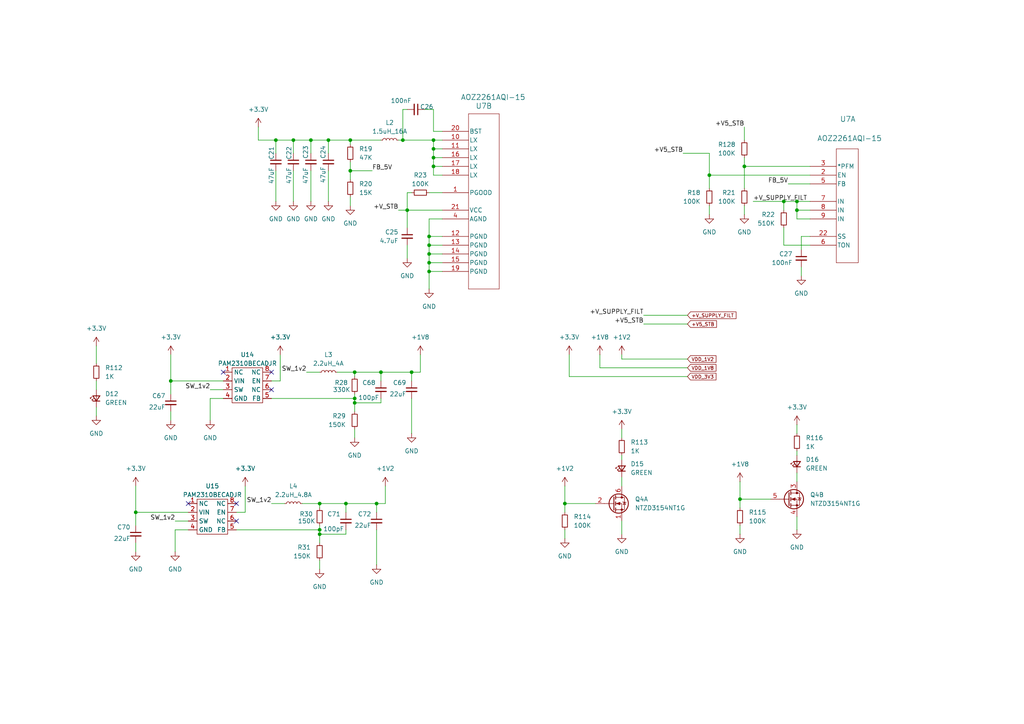
<source format=kicad_sch>
(kicad_sch (version 20250114) (generator "eeschema") (generator_version "9.0")
  (paper "A4")
  (lib_symbols
    (symbol "AOZ2261AQI-15:AOZ2261AQI-15" (pin_names (offset 0.254))
      (property "Reference" "U" (at 20.32 10.16 0))
      (property "Value" "AOZ2261AQI-15" (at 20.32 7.62 0))
      (symbol "AOZ2261AQI-15_1_1"
        (polyline (pts (xy 7.62 5.08) (xy 7.62 -27.94)) (stroke (width 0.127)))
        (polyline (pts (xy 7.62 -27.94) (xy 13.97 -27.94)) (stroke (width 0.127)))
        (polyline (pts (xy 13.97 5.08) (xy 7.62 5.08)) (stroke (width 0.127)))
        (polyline (pts (xy 13.97 -27.94) (xy 13.97 5.08)) (stroke (width 0.127)))
        (pin input line (at 0 0 0) (length 7.62) (name "*PFM") (number "3"))
        (pin input line (at 0 -2.54 0) (length 7.62) (name "EN") (number "2"))
        (pin input line (at 0 -5.08 0) (length 7.62) (name "FB") (number "5"))
        (pin power_in line (at 0 -10.16 0) (length 7.62) (name "IN") (number "7"))
        (pin power_in line (at 0 -12.7 0) (length 7.62) (name "IN") (number "8"))
        (pin power_in line (at 0 -15.24 0) (length 7.62) (name "IN") (number "9"))
        (pin input line (at 0 -20.32 0) (length 7.62) (name "SS") (number "22"))
        (pin input line (at 0 -22.86 0) (length 7.62) (name "TON") (number "6"))
      )
      (symbol "AOZ2261AQI-15_2_1"
        (polyline (pts (xy 7.62 5.08) (xy 7.62 -45.72)) (stroke (width 0.127)))
        (polyline (pts (xy 7.62 -45.72) (xy 16.51 -45.72)) (stroke (width 0.127)))
        (polyline (pts (xy 16.51 5.08) (xy 7.62 5.08)) (stroke (width 0.127)))
        (polyline (pts (xy 16.51 -45.72) (xy 16.51 5.08)) (stroke (width 0.127)))
        (pin power_in line (at 0 0 0) (length 7.62) (name "BST") (number "20"))
        (pin power_in line (at 0 -2.54 0) (length 7.62) (name "LX") (number "10"))
        (pin power_in line (at 0 -5.08 0) (length 7.62) (name "LX") (number "11"))
        (pin power_in line (at 0 -7.62 0) (length 7.62) (name "LX") (number "16"))
        (pin power_in line (at 0 -10.16 0) (length 7.62) (name "LX") (number "17"))
        (pin power_in line (at 0 -12.7 0) (length 7.62) (name "LX") (number "18"))
        (pin output line (at 0 -17.78 0) (length 7.62) (name "PGOOD") (number "1"))
        (pin power_in line (at 0 -22.86 0) (length 7.62) (name "VCC") (number "21"))
        (pin power_out line (at 0 -25.4 0) (length 7.62) (name "AGND") (number "4"))
        (pin power_out line (at 0 -30.48 0) (length 7.62) (name "PGND") (number "12"))
        (pin power_out line (at 0 -33.02 0) (length 7.62) (name "PGND") (number "13"))
        (pin power_out line (at 0 -35.56 0) (length 7.62) (name "PGND") (number "14"))
        (pin power_out line (at 0 -38.1 0) (length 7.62) (name "PGND") (number "15"))
        (pin power_out line (at 0 -40.64 0) (length 7.62) (name "PGND") (number "19"))
      )
    )
    (symbol "Device:C_Small" (pin_numbers (hide yes)) (pin_names (offset 0.254) (hide yes))
      (property "Reference" "C" (at 0.254 1.778 0))
      (property "Value" "C_Small" (at 0.254 -2.032 0))
      (symbol "C_Small_0_1"
        (polyline (pts (xy -1.524 0.508) (xy 1.524 0.508)) (stroke (width 0.3048)))
        (polyline (pts (xy -1.524 -0.508) (xy 1.524 -0.508)) (stroke (width 0.3302)))
      )
      (symbol "C_Small_1_1"
        (pin passive line (at 0 2.54 270) (length 2.032) (name "~") (number "1"))
        (pin passive line (at 0 -2.54 90) (length 2.032) (name "~") (number "2"))
      )
    )
    (symbol "Device:LED_Small" (pin_numbers (hide yes)) (pin_names (offset 0.254) (hide yes))
      (property "Reference" "D" (at -1.27 3.175 0))
      (property "Value" "LED_Small" (at -4.445 -2.54 0))
      (symbol "LED_Small_0_1"
        (polyline (pts (xy -0.762 -1.016) (xy -0.762 1.016)) (stroke (width 0.254)))
        (polyline (pts (xy 0 0.762) (xy -0.508 1.27) (xy -0.254 1.27) (xy -0.508 1.27) (xy -0.508 1.016)))
        (polyline (pts (xy 0.508 1.27) (xy 0 1.778) (xy 0.254 1.778) (xy 0 1.778) (xy 0 1.524)))
        (polyline (pts (xy 0.762 -1.016) (xy -0.762 0) (xy 0.762 1.016) (xy 0.762 -1.016)) (stroke (width 0.254)))
        (polyline (pts (xy 1.016 0) (xy -0.762 0)))
      )
      (symbol "LED_Small_1_1"
        (pin passive line (at -2.54 0 0) (length 1.778) (name "K") (number "1"))
        (pin passive line (at 2.54 0 180) (length 1.778) (name "A") (number "2"))
      )
    )
    (symbol "Device:L_Small" (pin_numbers (hide yes)) (pin_names (offset 0.254) (hide yes))
      (property "Reference" "L" (at 0.762 1.016 0))
      (property "Value" "L_Small" (at 0.762 -1.016 0))
      (symbol "L_Small_0_1"
        (arc (start 0 2.032) (mid 0.5058 1.524) (end 0 1.016))
        (arc (start 0 1.016) (mid 0.5058 0.508) (end 0 0))
        (arc (start 0 0) (mid 0.5058 -0.508) (end 0 -1.016))
        (arc (start 0 -1.016) (mid 0.5058 -1.524) (end 0 -2.032))
      )
      (symbol "L_Small_1_1"
        (pin passive line (at 0 2.54 270) (length 0.508) (name "~") (number "1"))
        (pin passive line (at 0 -2.54 90) (length 0.508) (name "~") (number "2"))
      )
    )
    (symbol "Device:Q_Dual_NMOS_S1G1D2S2G2D1" (pin_names (offset 0) (hide yes))
      (property "Reference" "Q" (at 6.35 1.27 0))
      (property "Value" "Q_Dual_NMOS_S1G1D2S2G2D1" (at 19.05 -1.27 0))
      (symbol "Q_Dual_NMOS_S1G1D2S2G2D1_0_1"
        (polyline (pts (xy 0.254 1.905) (xy 0.254 -1.905)) (stroke (width 0.254)))
        (polyline (pts (xy 0.254 0) (xy -2.54 0)))
        (polyline (pts (xy 0.762 2.286) (xy 0.762 1.27)) (stroke (width 0.254)))
        (polyline (pts (xy 0.762 0.508) (xy 0.762 -0.508)) (stroke (width 0.254)))
        (polyline (pts (xy 0.762 -1.27) (xy 0.762 -2.286)) (stroke (width 0.254)))
        (polyline (pts (xy 0.762 -1.778) (xy 3.302 -1.778) (xy 3.302 1.778) (xy 0.762 1.778)))
        (polyline (pts (xy 1.016 0) (xy 2.032 0.381) (xy 2.032 -0.381) (xy 1.016 0)) (fill (type outline)))
        (circle (center 1.651 0) (radius 2.794) (stroke (width 0.254)))
        (polyline (pts (xy 2.54 2.54) (xy 2.54 1.778)))
        (circle (center 2.54 1.778) (radius 0.254) (fill (type outline)))
        (circle (center 2.54 -1.778) (radius 0.254) (fill (type outline)))
        (polyline (pts (xy 2.54 -2.54) (xy 2.54 0) (xy 0.762 0)))
        (polyline (pts (xy 2.794 0.508) (xy 2.921 0.381) (xy 3.683 0.381) (xy 3.81 0.254)))
        (polyline (pts (xy 3.302 0.381) (xy 2.921 -0.254) (xy 3.683 -0.254) (xy 3.302 0.381)))
      )
      (symbol "Q_Dual_NMOS_S1G1D2S2G2D1_1_1"
        (pin input line (at -5.08 0 0) (length 2.54) (name "G") (number "2"))
        (pin passive line (at 2.54 5.08 270) (length 2.54) (name "D") (number "6"))
        (pin passive line (at 2.54 -5.08 90) (length 2.54) (name "S") (number "1"))
      )
      (symbol "Q_Dual_NMOS_S1G1D2S2G2D1_2_1"
        (pin input line (at -5.08 0 0) (length 2.54) (name "G") (number "5"))
        (pin passive line (at 2.54 5.08 270) (length 2.54) (name "D") (number "3"))
        (pin passive line (at 2.54 -5.08 90) (length 2.54) (name "S") (number "4"))
      )
    )
    (symbol "Device:R_Small" (pin_numbers (hide yes)) (pin_names (offset 0.254) (hide yes))
      (property "Reference" "R" (at 0.762 0.508 0))
      (property "Value" "R_Small" (at 0.762 -1.016 0))
      (symbol "R_Small_0_1"
        (rectangle (start -0.762 1.778) (end 0.762 -1.778) (stroke (width 0.2032)))
      )
      (symbol "R_Small_1_1"
        (pin passive line (at 0 2.54 270) (length 0.762) (name "~") (number "1"))
        (pin passive line (at 0 -2.54 90) (length 0.762) (name "~") (number "2"))
      )
    )
    (symbol "_W_MX8M:PAM2310BECADJR"
      (property "Reference" "U" (at 0 2.032 0))
      (symbol "PAM2310BECADJR_0_1"
        (rectangle (start -3.81 0) (end 5.08 -10.16))
      )
      (symbol "PAM2310BECADJR_1_1"
        (pin input line (at -6.35 -1.27 0) (length 2.54) (name "NC") (number "1"))
        (pin input line (at -6.35 -3.81 0) (length 2.54) (name "VIN") (number "2"))
        (pin input line (at -6.35 -6.35 0) (length 2.54) (name "SW") (number "3"))
        (pin input line (at -6.35 -8.89 0) (length 2.54) (name "GND") (number "4"))
        (pin input line (at 7.62 -1.27 180) (length 2.54) (name "NC") (number "8"))
        (pin input line (at 7.62 -3.81 180) (length 2.54) (name "EN") (number "7"))
        (pin input line (at 7.62 -6.35 180) (length 2.54) (name "NC") (number "6"))
        (pin input line (at 7.62 -8.89 180) (length 2.54) (name "FB") (number "5"))
      )
    )
    (symbol "power:+1V2" (power) (pin_numbers (hide yes)) (pin_names (offset 0) (hide yes))
      (property "Value" "+1V2" (at 0 3.556 0))
      (symbol "+1V2_0_1"
        (polyline (pts (xy -0.762 1.27) (xy 0 2.54)))
        (polyline (pts (xy 0 2.54) (xy 0.762 1.27)))
        (polyline (pts (xy 0 0) (xy 0 2.54)))
      )
      (symbol "+1V2_1_1"
        (pin power_in line (at 0 0 90) (length 0) (name "~") (number "1"))
      )
    )
    (symbol "power:+1V8" (power) (pin_numbers (hide yes)) (pin_names (offset 0) (hide yes))
      (property "Value" "+1V8" (at 0 3.556 0))
      (symbol "+1V8_0_1"
        (polyline (pts (xy -0.762 1.27) (xy 0 2.54)))
        (polyline (pts (xy 0 2.54) (xy 0.762 1.27)))
        (polyline (pts (xy 0 0) (xy 0 2.54)))
      )
      (symbol "+1V8_1_1"
        (pin power_in line (at 0 0 90) (length 0) (name "~") (number "1"))
      )
    )
    (symbol "power:+3.3V" (power) (pin_numbers (hide yes)) (pin_names (offset 0) (hide yes))
      (property "Value" "+3.3V" (at 0 3.556 0))
      (symbol "+3.3V_0_1"
        (polyline (pts (xy -0.762 1.27) (xy 0 2.54)))
        (polyline (pts (xy 0 2.54) (xy 0.762 1.27)))
        (polyline (pts (xy 0 0) (xy 0 2.54)))
      )
      (symbol "+3.3V_1_1"
        (pin power_in line (at 0 0 90) (length 0) (name "~") (number "1"))
      )
    )
    (symbol "power:GND" (power) (pin_numbers (hide yes)) (pin_names (offset 0) (hide yes))
      (property "Value" "GND" (at 0 -3.81 0))
      (symbol "GND_0_1"
        (polyline (pts (xy 0 0) (xy 0 -1.27) (xy 1.27 -1.27) (xy 0 -2.54) (xy -1.27 -1.27) (xy 0 -1.27)))
      )
      (symbol "GND_1_1"
        (pin power_in line (at 0 0 270) (length 0) (name "~") (number "1"))
      )
    )
  )
  (junction (at 49.53 110.49))
  (junction (at 124.46 76.2))
  (junction (at 101.6 40.64))
  (junction (at 118.11 60.96))
  (junction (at 231.14 58.42))
  (junction (at 125.73 45.72))
  (junction (at 125.73 40.64))
  (junction (at 125.73 48.26))
  (junction (at 100.33 146.05))
  (junction (at 227.33 58.42))
  (junction (at 101.6 49.53))
  (junction (at 102.87 116.84))
  (junction (at 92.71 153.67))
  (junction (at 214.63 144.78))
  (junction (at 110.49 107.95))
  (junction (at 90.17 40.64))
  (junction (at 102.87 115.57))
  (junction (at 92.71 146.05))
  (junction (at 39.37 148.59))
  (junction (at 102.87 107.95))
  (junction (at 116.84 40.64))
  (junction (at 124.46 68.58))
  (junction (at 124.46 73.66))
  (junction (at 80.01 40.64))
  (junction (at 231.14 60.96))
  (junction (at 85.09 40.64))
  (junction (at 95.25 40.64))
  (junction (at 109.22 146.05))
  (junction (at 119.38 107.95))
  (junction (at 92.71 154.94))
  (junction (at 124.46 78.74))
  (junction (at 124.46 71.12))
  (junction (at 163.83 146.05))
  (junction (at 215.9 48.26))
  (junction (at 125.73 43.18))
  (junction (at 205.74 50.8))
  (no_connect (at 68.58 146.05))
  (no_connect (at 78.74 113.03))
  (no_connect (at 64.77 107.95))
  (no_connect (at 54.61 146.05))
  (no_connect (at 68.58 151.13))
  (no_connect (at 78.74 107.95))
  (wire (pts (xy 85.09 40.64) (xy 90.17 40.64)))
  (wire (pts (xy 186.69 91.44) (xy 199.39 91.44)))
  (wire (pts (xy 64.77 115.57) (xy 60.96 115.57)))
  (wire (pts (xy 90.17 40.64) (xy 95.25 40.64)))
  (wire (pts (xy 163.83 146.05) (xy 163.83 148.59)))
  (wire (pts (xy 231.14 58.42) (xy 234.95 58.42)))
  (wire (pts (xy 110.49 107.95) (xy 119.38 107.95)))
  (wire (pts (xy 163.83 153.67) (xy 163.83 156.21)))
  (wire (pts (xy 101.6 46.99) (xy 101.6 49.53)))
  (wire (pts (xy 49.53 110.49) (xy 49.53 114.3)))
  (wire (pts (xy 128.27 68.58) (xy 124.46 68.58)))
  (wire (pts (xy 124.46 71.12) (xy 128.27 71.12)))
  (wire (pts (xy 231.14 60.96) (xy 234.95 60.96)))
  (wire (pts (xy 125.73 38.1) (xy 128.27 38.1)))
  (wire (pts (xy 118.11 60.96) (xy 128.27 60.96)))
  (wire (pts (xy 109.22 146.05) (xy 111.76 146.05)))
  (wire (pts (xy 116.84 31.75) (xy 116.84 40.64)))
  (wire (pts (xy 49.53 119.38) (xy 49.53 121.92)))
  (wire (pts (xy 60.96 113.03) (xy 64.77 113.03)))
  (wire (pts (xy 49.53 110.49) (xy 64.77 110.49)))
  (wire (pts (xy 215.9 48.26) (xy 215.9 54.61)))
  (wire (pts (xy 215.9 59.69) (xy 215.9 62.23)))
  (wire (pts (xy 227.33 58.42) (xy 227.33 60.96)))
  (wire (pts (xy 124.46 68.58) (xy 124.46 71.12)))
  (wire (pts (xy 186.69 93.98) (xy 199.39 93.98)))
  (wire (pts (xy 78.74 110.49) (xy 81.28 110.49)))
  (wire (pts (xy 119.38 55.88) (xy 118.11 55.88)))
  (wire (pts (xy 100.33 146.05) (xy 100.33 148.59)))
  (wire (pts (xy 125.73 48.26) (xy 125.73 50.8)))
  (wire (pts (xy 110.49 116.84) (xy 102.87 116.84)))
  (wire (pts (xy 102.87 107.95) (xy 110.49 107.95)))
  (wire (pts (xy 100.33 146.05) (xy 109.22 146.05)))
  (wire (pts (xy 125.73 40.64) (xy 125.73 43.18)))
  (wire (pts (xy 125.73 48.26) (xy 128.27 48.26)))
  (wire (pts (xy 101.6 57.15) (xy 101.6 59.69)))
  (wire (pts (xy 68.58 148.59) (xy 71.12 148.59)))
  (wire (pts (xy 118.11 60.96) (xy 118.11 66.04)))
  (wire (pts (xy 124.46 73.66) (xy 128.27 73.66)))
  (wire (pts (xy 102.87 107.95) (xy 102.87 109.22)))
  (wire (pts (xy 205.74 59.69) (xy 205.74 62.23)))
  (wire (pts (xy 68.58 153.67) (xy 92.71 153.67)))
  (wire (pts (xy 124.46 78.74) (xy 128.27 78.74)))
  (wire (pts (xy 232.41 77.47) (xy 232.41 80.01)))
  (wire (pts (xy 95.25 40.64) (xy 95.25 44.45)))
  (wire (pts (xy 87.63 146.05) (xy 92.71 146.05)))
  (wire (pts (xy 102.87 116.84) (xy 102.87 119.38)))
  (wire (pts (xy 180.34 104.14) (xy 199.39 104.14)))
  (wire (pts (xy 180.34 138.43) (xy 180.34 140.97)))
  (wire (pts (xy 92.71 162.56) (xy 92.71 165.1)))
  (wire (pts (xy 118.11 71.12) (xy 118.11 74.93)))
  (wire (pts (xy 125.73 40.64) (xy 128.27 40.64)))
  (wire (pts (xy 214.63 144.78) (xy 223.52 144.78)))
  (wire (pts (xy 124.46 76.2) (xy 124.46 78.74)))
  (wire (pts (xy 92.71 153.67) (xy 92.71 154.94)))
  (wire (pts (xy 214.63 152.4) (xy 214.63 154.94)))
  (wire (pts (xy 27.94 118.11) (xy 27.94 120.65)))
  (wire (pts (xy 100.33 154.94) (xy 92.71 154.94)))
  (wire (pts (xy 80.01 40.64) (xy 80.01 44.45)))
  (wire (pts (xy 123.19 31.75) (xy 125.73 31.75)))
  (wire (pts (xy 110.49 107.95) (xy 110.49 110.49)))
  (wire (pts (xy 234.95 63.5) (xy 231.14 63.5)))
  (wire (pts (xy 50.8 153.67) (xy 50.8 160.02)))
  (wire (pts (xy 214.63 144.78) (xy 214.63 147.32)))
  (wire (pts (xy 27.94 100.33) (xy 27.94 105.41)))
  (wire (pts (xy 27.94 110.49) (xy 27.94 113.03)))
  (wire (pts (xy 173.99 106.68) (xy 199.39 106.68)))
  (wire (pts (xy 54.61 153.67) (xy 50.8 153.67)))
  (wire (pts (xy 92.71 152.4) (xy 92.71 153.67)))
  (wire (pts (xy 128.27 50.8) (xy 125.73 50.8)))
  (wire (pts (xy 234.95 48.26) (xy 215.9 48.26)))
  (wire (pts (xy 74.93 36.83) (xy 74.93 40.64)))
  (wire (pts (xy 111.76 140.97) (xy 111.76 146.05)))
  (wire (pts (xy 49.53 110.49) (xy 49.53 102.87)))
  (wire (pts (xy 74.93 40.64) (xy 80.01 40.64)))
  (wire (pts (xy 118.11 55.88) (xy 118.11 60.96)))
  (wire (pts (xy 102.87 114.3) (xy 102.87 115.57)))
  (wire (pts (xy 92.71 146.05) (xy 92.71 147.32)))
  (wire (pts (xy 80.01 49.53) (xy 80.01 58.42)))
  (wire (pts (xy 95.25 49.53) (xy 95.25 58.42)))
  (wire (pts (xy 227.33 71.12) (xy 234.95 71.12)))
  (wire (pts (xy 227.33 66.04) (xy 227.33 71.12)))
  (wire (pts (xy 231.14 130.81) (xy 231.14 132.08)))
  (wire (pts (xy 90.17 49.53) (xy 90.17 58.42)))
  (wire (pts (xy 232.41 68.58) (xy 234.95 68.58)))
  (wire (pts (xy 78.74 115.57) (xy 102.87 115.57)))
  (wire (pts (xy 165.1 109.22) (xy 199.39 109.22)))
  (wire (pts (xy 88.9 107.95) (xy 92.71 107.95)))
  (wire (pts (xy 60.96 115.57) (xy 60.96 121.92)))
  (wire (pts (xy 125.73 43.18) (xy 125.73 45.72)))
  (wire (pts (xy 231.14 149.86) (xy 231.14 153.67)))
  (wire (pts (xy 125.73 45.72) (xy 128.27 45.72)))
  (wire (pts (xy 218.44 58.42) (xy 227.33 58.42)))
  (wire (pts (xy 180.34 104.14) (xy 180.34 102.87)))
  (wire (pts (xy 109.22 153.67) (xy 109.22 163.83)))
  (wire (pts (xy 215.9 45.72) (xy 215.9 48.26)))
  (wire (pts (xy 100.33 153.67) (xy 100.33 154.94)))
  (wire (pts (xy 102.87 115.57) (xy 102.87 116.84)))
  (wire (pts (xy 118.11 31.75) (xy 116.84 31.75)))
  (wire (pts (xy 180.34 124.46) (xy 180.34 127)))
  (wire (pts (xy 205.74 50.8) (xy 234.95 50.8)))
  (wire (pts (xy 205.74 44.45) (xy 205.74 50.8)))
  (wire (pts (xy 39.37 157.48) (xy 39.37 160.02)))
  (wire (pts (xy 97.79 107.95) (xy 102.87 107.95)))
  (wire (pts (xy 39.37 148.59) (xy 39.37 152.4)))
  (wire (pts (xy 121.92 102.87) (xy 121.92 107.95)))
  (wire (pts (xy 115.57 40.64) (xy 116.84 40.64)))
  (wire (pts (xy 116.84 40.64) (xy 125.73 40.64)))
  (wire (pts (xy 95.25 40.64) (xy 101.6 40.64)))
  (wire (pts (xy 80.01 40.64) (xy 85.09 40.64)))
  (wire (pts (xy 231.14 137.16) (xy 231.14 139.7)))
  (wire (pts (xy 231.14 60.96) (xy 231.14 58.42)))
  (wire (pts (xy 124.46 71.12) (xy 124.46 73.66)))
  (wire (pts (xy 165.1 102.87) (xy 165.1 109.22)))
  (wire (pts (xy 124.46 68.58) (xy 124.46 63.5)))
  (wire (pts (xy 50.8 151.13) (xy 54.61 151.13)))
  (wire (pts (xy 101.6 40.64) (xy 110.49 40.64)))
  (wire (pts (xy 227.33 58.42) (xy 231.14 58.42)))
  (wire (pts (xy 92.71 154.94) (xy 92.71 157.48)))
  (wire (pts (xy 107.95 49.53) (xy 101.6 49.53)))
  (wire (pts (xy 215.9 36.83) (xy 215.9 40.64)))
  (wire (pts (xy 205.74 50.8) (xy 205.74 54.61)))
  (wire (pts (xy 180.34 132.08) (xy 180.34 133.35)))
  (wire (pts (xy 85.09 49.53) (xy 85.09 58.42)))
  (wire (pts (xy 173.99 102.87) (xy 173.99 106.68)))
  (wire (pts (xy 228.6 53.34) (xy 234.95 53.34)))
  (wire (pts (xy 125.73 31.75) (xy 125.73 38.1)))
  (wire (pts (xy 231.14 63.5) (xy 231.14 60.96)))
  (wire (pts (xy 124.46 63.5) (xy 128.27 63.5)))
  (wire (pts (xy 78.74 146.05) (xy 82.55 146.05)))
  (wire (pts (xy 232.41 72.39) (xy 232.41 68.58)))
  (wire (pts (xy 119.38 107.95) (xy 119.38 110.49)))
  (wire (pts (xy 71.12 140.97) (xy 71.12 148.59)))
  (wire (pts (xy 115.57 60.96) (xy 118.11 60.96)))
  (wire (pts (xy 110.49 115.57) (xy 110.49 116.84)))
  (wire (pts (xy 102.87 124.46) (xy 102.87 127)))
  (wire (pts (xy 124.46 73.66) (xy 124.46 76.2)))
  (wire (pts (xy 163.83 140.97) (xy 163.83 146.05)))
  (wire (pts (xy 180.34 151.13) (xy 180.34 154.94)))
  (wire (pts (xy 124.46 76.2) (xy 128.27 76.2)))
  (wire (pts (xy 39.37 148.59) (xy 54.61 148.59)))
  (wire (pts (xy 81.28 102.87) (xy 81.28 110.49)))
  (wire (pts (xy 125.73 45.72) (xy 125.73 48.26)))
  (wire (pts (xy 198.12 44.45) (xy 205.74 44.45)))
  (wire (pts (xy 214.63 139.7) (xy 214.63 144.78)))
  (wire (pts (xy 101.6 40.64) (xy 101.6 41.91)))
  (wire (pts (xy 124.46 55.88) (xy 128.27 55.88)))
  (wire (pts (xy 109.22 146.05) (xy 109.22 148.59)))
  (wire (pts (xy 125.73 43.18) (xy 128.27 43.18)))
  (wire (pts (xy 119.38 107.95) (xy 121.92 107.95)))
  (wire (pts (xy 124.46 78.74) (xy 124.46 83.82)))
  (wire (pts (xy 163.83 146.05) (xy 172.72 146.05)))
  (wire (pts (xy 39.37 148.59) (xy 39.37 140.97)))
  (wire (pts (xy 90.17 40.64) (xy 90.17 44.45)))
  (wire (pts (xy 101.6 49.53) (xy 101.6 52.07)))
  (wire (pts (xy 231.14 123.19) (xy 231.14 125.73)))
  (wire (pts (xy 119.38 115.57) (xy 119.38 125.73)))
  (wire (pts (xy 85.09 44.45) (xy 85.09 40.64)))
  (wire (pts (xy 92.71 146.05) (xy 100.33 146.05)))
  (label "SW_1v2" (at 88.9 107.95 180))
  (label "SW_1v2" (at 60.96 113.03 180))
  (label "SW_1v2" (at 50.8 151.13 180))
  (label "FB_5V" (at 107.95 49.53 0))
  (label "+V5_STB" (at 198.12 44.45 180))
  (label "SW_1v2" (at 78.74 146.05 180))
  (label "+V5_STB" (at 215.9 36.83 180))
  (label "+V5_STB" (at 186.69 93.98 180))
  (label "+V_SUPPLY_FILT" (at 218.44 58.42 0))
  (label "+V_SUPPLY_FILT" (at 186.69 91.44 180))
  (label "+V_STB" (at 115.57 60.96 180))
  (label "FB_5V" (at 228.6 53.34 180))
  (global_label "VDD_1V8" (shape input) (at 199.39 106.68 0) (effects (font (size 1 1))) (property "Intersheetrefs" "${INTERSHEET_REFS}" (effects (hide yes))))
  (global_label "VDD_1V2" (shape input) (at 199.39 104.14 0) (effects (font (size 1 1))) (property "Intersheetrefs" "${INTERSHEET_REFS}" (effects (hide yes))))
  (global_label "VDD_3V3" (shape input) (at 199.39 109.22 0) (effects (font (size 1 1))) (property "Intersheetrefs" "${INTERSHEET_REFS}" (effects (hide yes))))
  (global_label "+V5_STB" (shape input) (at 199.39 93.98 0) (effects (font (size 1 1))) (property "Intersheetrefs" "${INTERSHEET_REFS}" (effects (hide yes))))
  (global_label "+V_SUPPLY_FILT" (shape input) (at 199.39 91.44 0) (effects (font (size 1 1))) (property "Intersheetrefs" "${INTERSHEET_REFS}" (effects (hide yes))))
  (symbol (lib_id "Device:R_Small") (at 227.33 63.5 0) (mirror y) (unit 1)
    (property "Reference" "R22" (at 224.79 62.2299 0) (effects (justify left)))
    (property "Value" "510K" (at 224.79 64.7699 0) (effects (justify left)))
    (property "Footprint" "Resistor_SMD:R_0402_1005Metric" (effects (hide yes)))
    (property "Description" "Resistor, small symbol" (effects (hide yes)))
    (property "MP" "RMCF0402FT510K" (effects (hide yes)))
    (property "Price" "0.1" (effects (hide yes)))
  )
  (symbol (lib_id "power:GND") (at 118.11 74.93 0) (unit 1)
    (property "Reference" "#PWR46" (effects (hide yes)))
    (property "Value" "GND" (at 118.11 80.01 0))
    (property "Description" "Power symbol creates a global label with name \"GND\" , ground" (effects (hide yes)))
  )
  (symbol (lib_id "Device:R_Small") (at 163.83 151.13 0) (mirror y) (unit 1)
    (property "Reference" "R114" (at 166.37 149.8599 0) (effects (justify right)))
    (property "Value" "100K" (at 166.37 152.3999 0) (effects (justify right)))
    (property "Footprint" "Resistor_SMD:R_0402_1005Metric" (effects (hide yes)))
    (property "Description" "Resistor, small symbol" (effects (hide yes)))
    (property "MP" "RC0402JR-07100KL" (effects (hide yes)))
    (property "Price" "0.1" (effects (hide yes)))
  )
  (symbol (lib_id "power:+3.3V") (at 27.94 100.33 0) (unit 1)
    (property "Reference" "#PWR74" (effects (hide yes)))
    (property "Value" "+3.3V" (at 27.94 95.25 0))
    (property "Description" "Power symbol creates a global label with name \"+3.3V\"" (effects (hide yes)))
  )
  (symbol (lib_id "Device:C_Small") (at 85.09 46.99 0) (unit 1)
    (property "Reference" "C22" (at 83.82 42.418 90) (effects (justify right)))
    (property "Value" "47uF" (at 83.82 48.514 90) (effects (justify right)))
    (property "Footprint" "Capacitor_SMD:C_0805_2012Metric" (effects (hide yes)))
    (property "Description" "Unpolarized capacitor, small symbol" (effects (hide yes)))
  )
  (symbol (lib_id "power:+3.3V") (at 180.34 124.46 0) (unit 1)
    (property "Reference" "#PWR75" (effects (hide yes)))
    (property "Value" "+3.3V" (at 180.34 119.38 0))
    (property "Description" "Power symbol creates a global label with name \"+3.3V\"" (effects (hide yes)))
  )
  (symbol (lib_id "Device:C_Small") (at 232.41 74.93 0) (unit 1)
    (property "Reference" "C27" (at 229.87 73.6662 0) (effects (justify right)))
    (property "Value" "100nF" (at 229.87 76.2062 0) (effects (justify right)))
    (property "Footprint" "Capacitor_SMD:C_0402_1005Metric" (effects (hide yes)))
    (property "Description" "Unpolarized capacitor, small symbol" (effects (hide yes)))
    (property "MP" "C0402C104K4RACTU" (effects (hide yes)))
    (property "Price" "0.1" (effects (hide yes)))
  )
  (symbol (lib_id "power:+1V8") (at 121.92 102.87 0) (unit 1)
    (property "Reference" "#PWR104" (effects (hide yes)))
    (property "Value" "+1V8" (at 121.92 97.79 0))
    (property "Description" "Power symbol creates a global label with name \"+1V8\"" (effects (hide yes)))
  )
  (symbol (lib_id "Device:C_Small") (at 119.38 113.03 0) (unit 1)
    (property "Reference" "C69" (at 117.856 110.998 0) (effects (justify right)))
    (property "Value" "22uF" (at 117.856 114.3 0) (effects (justify right)))
    (property "Footprint" "Capacitor_SMD:C_0805_2012Metric" (effects (hide yes)))
    (property "Description" "Unpolarized capacitor, small symbol" (effects (hide yes)))
  )
  (symbol (lib_id "power:GND") (at 101.6 59.69 0) (unit 1)
    (property "Reference" "#PWR44" (effects (hide yes)))
    (property "Value" "GND" (at 101.6 64.77 0))
    (property "Description" "Power symbol creates a global label with name \"GND\" , ground" (effects (hide yes)))
  )
  (symbol (lib_id "Device:C_Small") (at 90.17 46.99 0) (unit 1)
    (property "Reference" "C23" (at 88.646 42.164 90) (effects (justify right)))
    (property "Value" "47uF" (at 88.646 48.514 90) (effects (justify right)))
    (property "Footprint" "Capacitor_SMD:C_0805_2012Metric" (effects (hide yes)))
    (property "Description" "Unpolarized capacitor, small symbol" (effects (hide yes)))
  )
  (symbol (lib_id "power:GND") (at 231.14 153.67 0) (mirror y) (unit 1)
    (property "Reference" "#PWR281" (effects (hide yes)))
    (property "Value" "GND" (at 231.14 158.75 0))
    (property "Description" "Power symbol creates a global label with name \"GND\" , ground" (effects (hide yes)))
  )
  (symbol (lib_id "_W_MX8M:PAM2310BECADJR") (at 71.12 106.68 0) (unit 1)
    (property "Reference" "U14" (at 71.755 102.87 0))
    (property "Value" "PAM2310BECADJR" (at 71.755 105.41 0))
    (property "Footprint" "Package_SO:SOIC-8-1EP_3.9x4.9mm_P1.27mm_EP2.41x3.81mm" (effects (hide yes)))
    (property "MP" "PAM2310BECADJR" (effects (hide yes)))
    (property "Price" "0.75" (effects (hide yes)))
  )
  (symbol (lib_id "power:+1V8") (at 173.99 102.87 0) (unit 1)
    (property "Reference" "#PWR274" (effects (hide yes)))
    (property "Value" "+1V8" (at 173.99 97.79 0))
    (property "Description" "Power symbol creates a global label with name \"+1V8\"" (effects (hide yes)))
  )
  (symbol (lib_id "Device:C_Small") (at 49.53 116.84 0) (unit 1)
    (property "Reference" "C67" (at 48.006 114.808 0) (effects (justify right)))
    (property "Value" "22uF" (at 48.006 118.11 0) (effects (justify right)))
    (property "Footprint" "Capacitor_SMD:C_0805_2012Metric" (effects (hide yes)))
    (property "Description" "Unpolarized capacitor, small symbol" (effects (hide yes)))
  )
  (symbol (lib_id "_W_MX8M:PAM2310BECADJR") (at 60.96 144.78 0) (unit 1)
    (property "Reference" "U15" (at 61.595 140.97 0))
    (property "Value" "PAM2310BECADJR" (at 61.595 143.51 0))
    (property "Footprint" "Package_SO:SOIC-8-1EP_3.9x4.9mm_P1.27mm_EP2.41x3.81mm" (effects (hide yes)))
  )
  (symbol (lib_id "power:GND") (at 102.87 127 0) (mirror y) (unit 1)
    (property "Reference" "#PWR102" (effects (hide yes)))
    (property "Value" "GND" (at 102.87 132.08 0))
    (property "Description" "Power symbol creates a global label with name \"GND\" , ground" (effects (hide yes)))
  )
  (symbol (lib_id "Device:R_Small") (at 92.71 160.02 0) (unit 1)
    (property "Reference" "R31" (at 90.17 158.7499 0) (effects (justify right)))
    (property "Value" "150K" (at 90.17 161.2899 0) (effects (justify right)))
    (property "Footprint" "Resistor_SMD:R_0402_1005Metric" (effects (hide yes)))
    (property "Description" "Resistor, small symbol" (effects (hide yes)))
    (property "MP" "RMCF0402FT150K" (effects (hide yes)))
    (property "Price" "0.1" (effects (hide yes)))
  )
  (symbol (lib_id "Device:R_Small") (at 215.9 57.15 0) (mirror y) (unit 1)
    (property "Reference" "R21" (at 213.36 55.8799 0) (effects (justify left)))
    (property "Value" "100K" (at 213.36 58.4199 0) (effects (justify left)))
    (property "Footprint" "Resistor_SMD:R_0402_1005Metric" (effects (hide yes)))
    (property "Description" "Resistor, small symbol" (effects (hide yes)))
    (property "MP" "RC0402JR-07100KL" (effects (hide yes)))
    (property "Price" "0.1" (effects (hide yes)))
  )
  (symbol (lib_id "Device:R_Small") (at 101.6 44.45 0) (unit 1)
    (property "Reference" "R19" (at 104.14 43.1799 0) (effects (justify left)))
    (property "Value" "47K" (at 104.14 45.7199 0) (effects (justify left)))
    (property "Footprint" "Resistor_SMD:R_0402_1005Metric" (effects (hide yes)))
    (property "Description" "Resistor, small symbol" (effects (hide yes)))
    (property "MP" "RC0402FR-0747KL" (effects (hide yes)))
    (property "Price" "0.1" (effects (hide yes)))
  )
  (symbol (lib_id "power:GND") (at 49.53 121.92 0) (unit 1)
    (property "Reference" "#PWR99" (effects (hide yes)))
    (property "Value" "GND" (at 49.53 127 0))
    (property "Description" "Power symbol creates a global label with name \"GND\" , ground" (effects (hide yes)))
  )
  (symbol (lib_id "power:GND") (at 214.63 154.94 0) (mirror y) (unit 1)
    (property "Reference" "#PWR279" (effects (hide yes)))
    (property "Value" "GND" (at 214.63 160.02 0))
    (property "Description" "Power symbol creates a global label with name \"GND\" , ground" (effects (hide yes)))
  )
  (symbol (lib_id "power:GND") (at 124.46 83.82 0) (unit 1)
    (property "Reference" "#PWR47" (effects (hide yes)))
    (property "Value" "GND" (at 124.46 88.9 0))
    (property "Description" "Power symbol creates a global label with name \"GND\" , ground" (effects (hide yes)))
  )
  (symbol (lib_id "Device:L_Small") (at 95.25 107.95 90) (unit 1)
    (property "Reference" "L3" (at 95.25 102.87 90))
    (property "Value" "2.2uH_4A" (at 95.25 105.41 90))
    (property "Footprint" "_W_SBC:IND_SRP4020TA-1R0M_BRN" (effects (hide yes)))
    (property "Description" "Inductor, small symbol" (effects (hide yes)))
    (property "MP" "SRP4020TA-2R2M" (effects (hide yes)))
    (property "Price" "1.5" (effects (hide yes)))
  )
  (symbol (lib_id "power:+1V8") (at 214.63 139.7 0) (unit 1)
    (property "Reference" "#PWR278" (effects (hide yes)))
    (property "Value" "+1V8" (at 214.63 134.62 0))
    (property "Description" "Power symbol creates a global label with name \"+1V8\"" (effects (hide yes)))
  )
  (symbol (lib_id "Device:Q_Dual_NMOS_S1G1D2S2G2D1") (at 177.8 146.05 0) (unit 1)
    (property "Reference" "Q4" (at 184.15 144.7799 0) (effects (justify left)))
    (property "Value" "NTZD3154NT1G" (at 184.15 147.3199 0) (effects (justify left)))
    (property "Footprint" "Package_TO_SOT_SMD:SOT-563" (effects (hide yes)))
    (property "Description" "Dual NMOS transistor, 6 pin package" (effects (hide yes)))
    (property "MP" "NTZD3154NT1G" (effects (hide yes)))
    (property "Price" "1" (effects (hide yes)))
  )
  (symbol (lib_id "power:+1V2") (at 163.83 140.97 0) (unit 1)
    (property "Reference" "#PWR277" (effects (hide yes)))
    (property "Value" "+1V2" (at 163.83 135.89 0))
    (property "Description" "Power symbol creates a global label with name \"+1V2\"" (effects (hide yes)))
  )
  (symbol (lib_id "Device:C_Small") (at 80.01 46.99 0) (unit 1)
    (property "Reference" "C21" (at 78.74 42.418 90) (effects (justify right)))
    (property "Value" "47uF" (at 78.74 48.514 90) (effects (justify right)))
    (property "Footprint" "Capacitor_SMD:C_0805_2012Metric" (effects (hide yes)))
    (property "Description" "Unpolarized capacitor, small symbol" (effects (hide yes)))
  )
  (symbol (lib_id "power:GND") (at 119.38 125.73 0) (mirror y) (unit 1)
    (property "Reference" "#PWR103" (effects (hide yes)))
    (property "Value" "GND" (at 119.38 130.81 0))
    (property "Description" "Power symbol creates a global label with name \"GND\" , ground" (effects (hide yes)))
  )
  (symbol (lib_id "Device:R_Small") (at 102.87 111.76 0) (mirror y) (unit 1)
    (property "Reference" "R28" (at 97.028 110.998 0) (effects (justify right)))
    (property "Value" "330K" (at 96.52 113.03 0) (effects (justify right)))
    (property "Footprint" "Resistor_SMD:R_0402_1005Metric" (effects (hide yes)))
    (property "Description" "Resistor, small symbol" (effects (hide yes)))
    (property "MP" "CRGCQ0402F330K" (effects (hide yes)))
    (property "Price" "0.1" (effects (hide yes)))
  )
  (symbol (lib_id "AOZ2261AQI-15:AOZ2261AQI-15") (at 234.95 48.26 0) (unit 1)
    (property "Reference" "U7" (at 243.586 34.544 0) (effects (font (size 1.524 1.524)) (justify left)))
    (property "Value" "AOZ2261AQI-15" (at 236.982 40.132 0) (effects (font (size 1.524 1.524)) (justify left)))
    (property "Footprint" "QFN4X4-22L_EP2_S_AOS" (effects (hide yes)))
    (property "Datasheet" "AOZ2261AQI-15" (effects (hide yes)))
    (property "MP" "AOZ2261AQI-15" (effects (hide yes)))
    (property "Price" "1.5" (effects (hide yes)))
  )
  (symbol (lib_id "power:GND") (at 50.8 160.02 0) (unit 1)
    (property "Reference" "#PWR107" (effects (hide yes)))
    (property "Value" "GND" (at 50.8 165.1 0))
    (property "Description" "Power symbol creates a global label with name \"GND\" , ground" (effects (hide yes)))
  )
  (symbol (lib_id "power:+3.3V") (at 74.93 36.83 0) (unit 1)
    (property "Reference" "#PWR37" (effects (hide yes)))
    (property "Value" "+3.3V" (at 74.93 31.75 0))
    (property "Description" "Power symbol creates a global label with name \"+3.3V\"" (effects (hide yes)))
  )
  (symbol (lib_id "Device:L_Small") (at 113.03 40.64 90) (unit 1)
    (property "Reference" "L2" (at 113.03 35.56 90))
    (property "Value" "1.5uH_16A" (at 113.03 38.1 90))
    (property "Footprint" "_W_SBC:IND_PA4342.222NLT" (effects (hide yes)))
    (property "Description" "Inductor, small symbol" (effects (hide yes)))
    (property "MP" "PA4342.152NLT" (effects (hide yes)))
    (property "Price" "1.5" (effects (hide yes)))
  )
  (symbol (lib_id "power:+1V2") (at 180.34 102.87 0) (unit 1)
    (property "Reference" "#PWR71" (effects (hide yes)))
    (property "Value" "+1V2" (at 180.34 97.79 0))
    (property "Description" "Power symbol creates a global label with name \"+1V2\"" (effects (hide yes)))
  )
  (symbol (lib_id "Device:R_Small") (at 231.14 128.27 0) (mirror y) (unit 1)
    (property "Reference" "R116" (at 233.68 126.9999 0) (effects (justify right)))
    (property "Value" "1K" (at 233.68 129.5399 0) (effects (justify right)))
    (property "Footprint" "Resistor_SMD:R_0402_1005Metric" (effects (hide yes)))
    (property "Description" "Resistor, small symbol" (effects (hide yes)))
    (property "MP" "RC0402JR-071KL" (effects (hide yes)))
    (property "Price" "0.1" (effects (hide yes)))
  )
  (symbol (lib_id "Device:R_Small") (at 205.74 57.15 0) (mirror y) (unit 1)
    (property "Reference" "R18" (at 203.2 55.8799 0) (effects (justify left)))
    (property "Value" "100K" (at 203.2 58.4199 0) (effects (justify left)))
    (property "Footprint" "Resistor_SMD:R_0402_1005Metric" (effects (hide yes)))
    (property "Description" "Resistor, small symbol" (effects (hide yes)))
    (property "MP" "RC0402JR-07100KL" (effects (hide yes)))
    (property "Price" "0.1" (effects (hide yes)))
  )
  (symbol (lib_id "Device:R_Small") (at 102.87 121.92 0) (unit 1)
    (property "Reference" "R29" (at 100.33 120.6499 0) (effects (justify right)))
    (property "Value" "150K" (at 100.33 123.1899 0) (effects (justify right)))
    (property "Footprint" "Resistor_SMD:R_0402_1005Metric" (effects (hide yes)))
    (property "Description" "Resistor, small symbol" (effects (hide yes)))
    (property "MP" "RMCF0402FT150K" (effects (hide yes)))
    (property "Price" "0.1" (effects (hide yes)))
  )
  (symbol (lib_id "Device:R_Small") (at 27.94 107.95 0) (mirror y) (unit 1)
    (property "Reference" "R112" (at 30.48 106.6799 0) (effects (justify right)))
    (property "Value" "1K" (at 30.48 109.2199 0) (effects (justify right)))
    (property "Footprint" "Resistor_SMD:R_0402_1005Metric" (effects (hide yes)))
    (property "Description" "Resistor, small symbol" (effects (hide yes)))
    (property "MP" "RC0402JR-071KL" (effects (hide yes)))
    (property "Price" "0.1" (effects (hide yes)))
  )
  (symbol (lib_id "Device:Q_Dual_NMOS_S1G1D2S2G2D1") (at 228.6 144.78 0) (unit 2)
    (property "Reference" "Q4" (at 234.95 143.5099 0) (effects (justify left)))
    (property "Value" "NTZD3154NT1G" (at 234.95 146.0499 0) (effects (justify left)))
    (property "Footprint" "Package_TO_SOT_SMD:SOT-563" (effects (hide yes)))
    (property "Description" "Dual NMOS transistor, 6 pin package" (effects (hide yes)))
    (property "MP" "NTZD3154NT1G" (effects (hide yes)))
    (property "Price" "1" (effects (hide yes)))
  )
  (symbol (lib_id "Device:C_Small") (at 118.11 68.58 0) (unit 1)
    (property "Reference" "C25" (at 115.57 67.3162 0) (effects (justify right)))
    (property "Value" "4.7uF" (at 115.57 69.8562 0) (effects (justify right)))
    (property "Footprint" "Capacitor_SMD:C_0603_1608Metric" (effects (hide yes)))
    (property "Description" "Unpolarized capacitor, small symbol" (effects (hide yes)))
  )
  (symbol (lib_id "Device:C_Small") (at 100.33 151.13 0) (unit 1)
    (property "Reference" "C71" (at 98.806 149.098 0) (effects (justify right)))
    (property "Value" "100pF" (at 99.822 153.416 0) (effects (justify right)))
    (property "Footprint" "Capacitor_SMD:C_0402_1005Metric" (effects (hide yes)))
    (property "Description" "Unpolarized capacitor, small symbol" (effects (hide yes)))
    (property "MP" "C0402C101K5RACTU" (effects (hide yes)))
    (property "Price" "0.1" (effects (hide yes)))
  )
  (symbol (lib_id "power:GND") (at 95.25 58.42 0) (unit 1)
    (property "Reference" "#PWR42" (effects (hide yes)))
    (property "Value" "GND" (at 95.25 63.5 0))
    (property "Description" "Power symbol creates a global label with name \"GND\" , ground" (effects (hide yes)))
  )
  (symbol (lib_id "power:+3.3V") (at 231.14 123.19 0) (unit 1)
    (property "Reference" "#PWR280" (effects (hide yes)))
    (property "Value" "+3.3V" (at 231.14 118.11 0))
    (property "Description" "Power symbol creates a global label with name \"+3.3V\"" (effects (hide yes)))
  )
  (symbol (lib_id "Device:R_Small") (at 180.34 129.54 0) (mirror y) (unit 1)
    (property "Reference" "R113" (at 182.88 128.2699 0) (effects (justify right)))
    (property "Value" "1K" (at 182.88 130.8099 0) (effects (justify right)))
    (property "Footprint" "Resistor_SMD:R_0402_1005Metric" (effects (hide yes)))
    (property "Description" "Resistor, small symbol" (effects (hide yes)))
    (property "MP" "RC0402JR-071KL" (effects (hide yes)))
    (property "Price" "0.1" (effects (hide yes)))
  )
  (symbol (lib_id "power:GND") (at 80.01 58.42 0) (unit 1)
    (property "Reference" "#PWR39" (effects (hide yes)))
    (property "Value" "GND" (at 80.01 63.5 0))
    (property "Description" "Power symbol creates a global label with name \"GND\" , ground" (effects (hide yes)))
  )
  (symbol (lib_id "Device:LED_Small") (at 231.14 134.62 90) (unit 1)
    (property "Reference" "D16" (at 233.68 133.2864 90) (effects (justify right)))
    (property "Value" "GREEN" (at 233.68 135.8264 90) (effects (justify right)))
    (property "Footprint" "LED_SMD:LED_0402_1005Metric" (effects (hide yes)))
    (property "Description" "Light emitting diode, small symbol" (effects (hide yes)))
  )
  (symbol (lib_id "power:+3.3V") (at 81.28 102.87 0) (unit 1)
    (property "Reference" "#PWR101" (effects (hide yes)))
    (property "Value" "+3.3V" (at 81.28 97.79 0))
    (property "Description" "Power symbol creates a global label with name \"+3.3V\"" (effects (hide yes)))
  )
  (symbol (lib_id "Device:R_Small") (at 92.71 149.86 0) (mirror y) (unit 1)
    (property "Reference" "R30" (at 86.868 149.098 0) (effects (justify right)))
    (property "Value" "150K" (at 86.36 151.13 0) (effects (justify right)))
    (property "Footprint" "Resistor_SMD:R_0402_1005Metric" (effects (hide yes)))
    (property "Description" "Resistor, small symbol" (effects (hide yes)))
    (property "MP" "RMCF0402FT150K" (effects (hide yes)))
    (property "Price" "0.1" (effects (hide yes)))
  )
  (symbol (lib_id "power:GND") (at 85.09 58.42 0) (unit 1)
    (property "Reference" "#PWR40" (effects (hide yes)))
    (property "Value" "GND" (at 85.09 63.5 0))
    (property "Description" "Power symbol creates a global label with name \"GND\" , ground" (effects (hide yes)))
  )
  (symbol (lib_id "Device:R_Small") (at 101.6 54.61 0) (unit 1)
    (property "Reference" "R20" (at 104.14 53.3399 0) (effects (justify left)))
    (property "Value" "15K" (at 104.14 55.8799 0) (effects (justify left)))
    (property "Footprint" "Resistor_SMD:R_0402_1005Metric" (effects (hide yes)))
    (property "Description" "Resistor, small symbol" (effects (hide yes)))
  )
  (symbol (lib_id "Device:LED_Small") (at 27.94 115.57 90) (unit 1)
    (property "Reference" "D12" (at 30.48 114.2364 90) (effects (justify right)))
    (property "Value" "GREEN" (at 30.48 116.7764 90) (effects (justify right)))
    (property "Footprint" "LED_SMD:LED_0402_1005Metric" (effects (hide yes)))
    (property "Description" "Light emitting diode, small symbol" (effects (hide yes)))
  )
  (symbol (lib_id "power:+3.3V") (at 165.1 102.87 0) (unit 1)
    (property "Reference" "#PWR264" (effects (hide yes)))
    (property "Value" "+3.3V" (at 165.1 97.79 0))
    (property "Description" "Power symbol creates a global label with name \"+3.3V\"" (effects (hide yes)))
  )
  (symbol (lib_id "Device:C_Small") (at 120.65 31.75 270) (unit 1)
    (property "Reference" "C26" (at 125.73 30.988 90) (effects (justify right)))
    (property "Value" "100nF" (at 119.3738 29.21 90) (effects (justify right)))
    (property "Footprint" "Capacitor_SMD:C_0402_1005Metric" (effects (hide yes)))
    (property "Description" "Unpolarized capacitor, small symbol" (effects (hide yes)))
    (property "MP" "C0402C104K4RACTU" (effects (hide yes)))
    (property "Price" "0.1" (effects (hide yes)))
  )
  (symbol (lib_id "Device:R_Small") (at 121.92 55.88 90) (unit 1)
    (property "Reference" "R23" (at 121.92 50.8 90))
    (property "Value" "100K" (at 121.92 53.34 90))
    (property "Footprint" "Resistor_SMD:R_0402_1005Metric" (effects (hide yes)))
    (property "Description" "Resistor, small symbol" (effects (hide yes)))
    (property "MP" "RC0402JR-07100KL" (effects (hide yes)))
    (property "Price" "0.1" (effects (hide yes)))
  )
  (symbol (lib_id "Device:R_Small") (at 214.63 149.86 0) (mirror y) (unit 1)
    (property "Reference" "R115" (at 217.17 148.5899 0) (effects (justify right)))
    (property "Value" "100K" (at 217.17 151.1299 0) (effects (justify right)))
    (property "Footprint" "Resistor_SMD:R_0402_1005Metric" (effects (hide yes)))
    (property "Description" "Resistor, small symbol" (effects (hide yes)))
    (property "MP" "RC0402JR-07100KL" (effects (hide yes)))
    (property "Price" "0.1" (effects (hide yes)))
  )
  (symbol (lib_id "power:GND") (at 90.17 58.42 0) (unit 1)
    (property "Reference" "#PWR41" (effects (hide yes)))
    (property "Value" "GND" (at 90.17 63.5 0))
    (property "Description" "Power symbol creates a global label with name \"GND\" , ground" (effects (hide yes)))
  )
  (symbol (lib_id "power:+3.3V") (at 49.53 102.87 0) (unit 1)
    (property "Reference" "#PWR98" (effects (hide yes)))
    (property "Value" "+3.3V" (at 49.53 97.79 0))
    (property "Description" "Power symbol creates a global label with name \"+3.3V\"" (effects (hide yes)))
  )
  (symbol (lib_id "power:GND") (at 180.34 154.94 0) (mirror y) (unit 1)
    (property "Reference" "#PWR276" (effects (hide yes)))
    (property "Value" "GND" (at 180.34 160.02 0))
    (property "Description" "Power symbol creates a global label with name \"GND\" , ground" (effects (hide yes)))
  )
  (symbol (lib_id "power:+3.3V") (at 39.37 140.97 0) (unit 1)
    (property "Reference" "#PWR105" (effects (hide yes)))
    (property "Value" "+3.3V" (at 39.37 135.89 0))
    (property "Description" "Power symbol creates a global label with name \"+3.3V\"" (effects (hide yes)))
  )
  (symbol (lib_id "Device:C_Small") (at 39.37 154.94 0) (unit 1)
    (property "Reference" "C70" (at 37.846 152.908 0) (effects (justify right)))
    (property "Value" "22uF" (at 37.846 156.21 0) (effects (justify right)))
    (property "Footprint" "Capacitor_SMD:C_0805_2012Metric" (effects (hide yes)))
    (property "Description" "Unpolarized capacitor, small symbol" (effects (hide yes)))
  )
  (symbol (lib_id "Device:LED_Small") (at 180.34 135.89 90) (unit 1)
    (property "Reference" "D15" (at 182.88 134.5564 90) (effects (justify right)))
    (property "Value" "GREEN" (at 182.88 137.0964 90) (effects (justify right)))
    (property "Footprint" "LED_SMD:LED_0402_1005Metric" (effects (hide yes)))
    (property "Description" "Light emitting diode, small symbol" (effects (hide yes)))
  )
  (symbol (lib_id "power:GND") (at 109.22 163.83 0) (mirror y) (unit 1)
    (property "Reference" "#PWR110" (effects (hide yes)))
    (property "Value" "GND" (at 109.22 168.91 0))
    (property "Description" "Power symbol creates a global label with name \"GND\" , ground" (effects (hide yes)))
  )
  (symbol (lib_id "Device:C_Small") (at 95.25 46.99 0) (unit 1)
    (property "Reference" "C24" (at 93.726 42.164 90) (effects (justify right)))
    (property "Value" "47uF" (at 93.726 48.26 90) (effects (justify right)))
    (property "Footprint" "Capacitor_SMD:C_0805_2012Metric" (effects (hide yes)))
    (property "Description" "Unpolarized capacitor, small symbol" (effects (hide yes)))
  )
  (symbol (lib_id "Device:R_Small") (at 215.9 43.18 0) (mirror y) (unit 1)
    (property "Reference" "R128" (at 213.36 41.9099 0) (effects (justify left)))
    (property "Value" "100K" (at 213.36 44.4499 0) (effects (justify left)))
    (property "Footprint" "Resistor_SMD:R_0402_1005Metric" (effects (hide yes)))
    (property "Description" "Resistor, small symbol" (effects (hide yes)))
    (property "MP" "RC0402JR-07100KL" (effects (hide yes)))
    (property "Price" "0.1" (effects (hide yes)))
  )
  (symbol (lib_id "power:+1V2") (at 111.76 140.97 0) (unit 1)
    (property "Reference" "#PWR111" (effects (hide yes)))
    (property "Value" "+1V2" (at 111.76 135.89 0))
    (property "Description" "Power symbol creates a global label with name \"+1V2\"" (effects (hide yes)))
  )
  (symbol (lib_id "power:GND") (at 60.96 121.92 0) (unit 1)
    (property "Reference" "#PWR100" (effects (hide yes)))
    (property "Value" "GND" (at 60.96 127 0))
    (property "Description" "Power symbol creates a global label with name \"GND\" , ground" (effects (hide yes)))
  )
  (symbol (lib_id "power:GND") (at 205.74 62.23 0) (unit 1)
    (property "Reference" "#PWR43" (effects (hide yes)))
    (property "Value" "GND" (at 205.74 67.31 0))
    (property "Description" "Power symbol creates a global label with name \"GND\" , ground" (effects (hide yes)))
  )
  (symbol (lib_id "power:GND") (at 39.37 160.02 0) (unit 1)
    (property "Reference" "#PWR106" (effects (hide yes)))
    (property "Value" "GND" (at 39.37 165.1 0))
    (property "Description" "Power symbol creates a global label with name \"GND\" , ground" (effects (hide yes)))
  )
  (symbol (lib_id "power:GND") (at 232.41 80.01 0) (unit 1)
    (property "Reference" "#PWR48" (effects (hide yes)))
    (property "Value" "GND" (at 232.41 85.09 0))
    (property "Description" "Power symbol creates a global label with name \"GND\" , ground" (effects (hide yes)))
  )
  (symbol (lib_id "AOZ2261AQI-15:AOZ2261AQI-15") (at 128.27 38.1 0) (unit 2)
    (property "Reference" "U7" (at 137.922 30.734 0) (effects (font (size 1.524 1.524)) (justify left)))
    (property "Value" "AOZ2261AQI-15" (at 133.604 28.194 0) (effects (font (size 1.524 1.524)) (justify left)))
    (property "Footprint" "QFN4X4-22L_EP2_S_AOS" (effects (hide yes)))
    (property "Datasheet" "AOZ2261AQI-15" (effects (hide yes)))
    (property "MP" "AOZ2261AQI-15" (effects (hide yes)))
    (property "Price" "1.5" (effects (hide yes)))
  )
  (symbol (lib_id "Device:C_Small") (at 109.22 151.13 0) (unit 1)
    (property "Reference" "C72" (at 107.696 149.098 0) (effects (justify right)))
    (property "Value" "22uF" (at 107.696 152.4 0) (effects (justify right)))
    (property "Footprint" "Capacitor_SMD:C_0402_1005Metric" (effects (hide yes)))
    (property "Description" "Unpolarized capacitor, small symbol" (effects (hide yes)))
  )
  (symbol (lib_id "Device:L_Small") (at 85.09 146.05 90) (unit 1)
    (property "Reference" "L4" (at 85.09 140.97 90))
    (property "Value" "2.2uH_4.8A" (at 85.09 143.51 90))
    (property "Footprint" "_W_SBC:IND_SRP4020TA-1R0M_BRN" (effects (hide yes)))
    (property "Description" "Inductor, small symbol" (effects (hide yes)))
    (property "MP" "SRP4020TA-1R2M" (effects (hide yes)))
    (property "Price" "1.5" (effects (hide yes)))
  )
  (symbol (lib_id "power:GND") (at 27.94 120.65 0) (mirror y) (unit 1)
    (property "Reference" "#PWR73" (effects (hide yes)))
    (property "Value" "GND" (at 27.94 125.73 0))
    (property "Description" "Power symbol creates a global label with name \"GND\" , ground" (effects (hide yes)))
  )
  (symbol (lib_id "power:GND") (at 215.9 62.23 0) (unit 1)
    (property "Reference" "#PWR45" (effects (hide yes)))
    (property "Value" "GND" (at 215.9 67.31 0))
    (property "Description" "Power symbol creates a global label with name \"GND\" , ground" (effects (hide yes)))
  )
  (symbol (lib_id "power:+3.3V") (at 71.12 140.97 0) (unit 1)
    (property "Reference" "#PWR108" (effects (hide yes)))
    (property "Value" "+3.3V" (at 71.12 135.89 0))
    (property "Description" "Power symbol creates a global label with name \"+3.3V\"" (effects (hide yes)))
  )
  (symbol (lib_id "Device:C_Small") (at 110.49 113.03 0) (unit 1)
    (property "Reference" "C68" (at 108.966 110.998 0) (effects (justify right)))
    (property "Value" "100pF" (at 109.982 115.316 0) (effects (justify right)))
    (property "Footprint" "Capacitor_SMD:C_0402_1005Metric" (effects (hide yes)))
    (property "Description" "Unpolarized capacitor, small symbol" (effects (hide yes)))
    (property "MP" "C0402C101K5RACTU" (effects (hide yes)))
    (property "Price" "0.1" (effects (hide yes)))
  )
  (symbol (lib_id "power:GND") (at 92.71 165.1 0) (mirror y) (unit 1)
    (property "Reference" "#PWR109" (effects (hide yes)))
    (property "Value" "GND" (at 92.71 170.18 0))
    (property "Description" "Power symbol creates a global label with name \"GND\" , ground" (effects (hide yes)))
  )
  (symbol (lib_id "power:GND") (at 163.83 156.21 0) (mirror y) (unit 1)
    (property "Reference" "#PWR275" (effects (hide yes)))
    (property "Value" "GND" (at 163.83 161.29 0))
    (property "Description" "Power symbol creates a global label with name \"GND\" , ground" (effects (hide yes)))
  )
)
</source>
